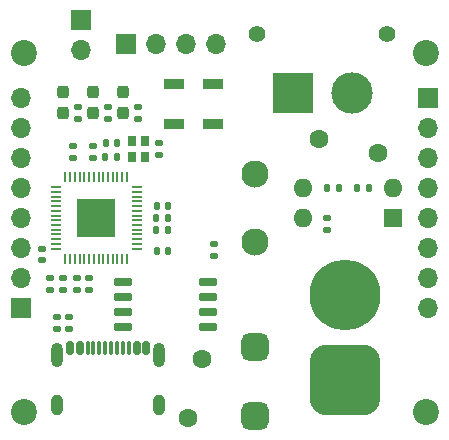
<source format=gbr>
%TF.GenerationSoftware,KiCad,Pcbnew,7.0.11*%
%TF.CreationDate,2025-01-11T04:22:48+09:00*%
%TF.ProjectId,PSU,5053552e-6b69-4636-9164-5f7063625858,rev?*%
%TF.SameCoordinates,Original*%
%TF.FileFunction,Soldermask,Top*%
%TF.FilePolarity,Negative*%
%FSLAX46Y46*%
G04 Gerber Fmt 4.6, Leading zero omitted, Abs format (unit mm)*
G04 Created by KiCad (PCBNEW 7.0.11) date 2025-01-11 04:22:48*
%MOMM*%
%LPD*%
G01*
G04 APERTURE LIST*
G04 Aperture macros list*
%AMRoundRect*
0 Rectangle with rounded corners*
0 $1 Rounding radius*
0 $2 $3 $4 $5 $6 $7 $8 $9 X,Y pos of 4 corners*
0 Add a 4 corners polygon primitive as box body*
4,1,4,$2,$3,$4,$5,$6,$7,$8,$9,$2,$3,0*
0 Add four circle primitives for the rounded corners*
1,1,$1+$1,$2,$3*
1,1,$1+$1,$4,$5*
1,1,$1+$1,$6,$7*
1,1,$1+$1,$8,$9*
0 Add four rect primitives between the rounded corners*
20,1,$1+$1,$2,$3,$4,$5,0*
20,1,$1+$1,$4,$5,$6,$7,0*
20,1,$1+$1,$6,$7,$8,$9,0*
20,1,$1+$1,$8,$9,$2,$3,0*%
G04 Aperture macros list end*
%ADD10RoundRect,0.150000X-0.150000X-0.425000X0.150000X-0.425000X0.150000X0.425000X-0.150000X0.425000X0*%
%ADD11RoundRect,0.075000X-0.075000X-0.500000X0.075000X-0.500000X0.075000X0.500000X-0.075000X0.500000X0*%
%ADD12O,1.000000X2.100000*%
%ADD13O,1.000000X1.800000*%
%ADD14C,2.200000*%
%ADD15R,1.700000X0.900000*%
%ADD16RoundRect,0.575000X0.575000X-0.575000X0.575000X0.575000X-0.575000X0.575000X-0.575000X-0.575000X0*%
%ADD17C,2.300000*%
%ADD18R,0.800000X0.900000*%
%ADD19RoundRect,0.140000X-0.170000X0.140000X-0.170000X-0.140000X0.170000X-0.140000X0.170000X0.140000X0*%
%ADD20R,1.700000X1.700000*%
%ADD21O,1.700000X1.700000*%
%ADD22RoundRect,0.140000X0.140000X0.170000X-0.140000X0.170000X-0.140000X-0.170000X0.140000X-0.170000X0*%
%ADD23RoundRect,0.135000X0.185000X-0.135000X0.185000X0.135000X-0.185000X0.135000X-0.185000X-0.135000X0*%
%ADD24RoundRect,0.135000X-0.135000X-0.185000X0.135000X-0.185000X0.135000X0.185000X-0.135000X0.185000X0*%
%ADD25RoundRect,0.140000X0.170000X-0.140000X0.170000X0.140000X-0.170000X0.140000X-0.170000X-0.140000X0*%
%ADD26RoundRect,1.500000X1.500000X-1.500000X1.500000X1.500000X-1.500000X1.500000X-1.500000X-1.500000X0*%
%ADD27C,6.000000*%
%ADD28C,1.600000*%
%ADD29RoundRect,0.150000X0.650000X0.150000X-0.650000X0.150000X-0.650000X-0.150000X0.650000X-0.150000X0*%
%ADD30RoundRect,0.237500X-0.237500X0.287500X-0.237500X-0.287500X0.237500X-0.287500X0.237500X0.287500X0*%
%ADD31R,1.600000X1.600000*%
%ADD32O,1.600000X1.600000*%
%ADD33C,1.400000*%
%ADD34R,3.500000X3.500000*%
%ADD35C,3.500000*%
%ADD36RoundRect,0.135000X0.135000X0.185000X-0.135000X0.185000X-0.135000X-0.185000X0.135000X-0.185000X0*%
%ADD37RoundRect,0.140000X-0.140000X-0.170000X0.140000X-0.170000X0.140000X0.170000X-0.140000X0.170000X0*%
%ADD38RoundRect,0.135000X-0.185000X0.135000X-0.185000X-0.135000X0.185000X-0.135000X0.185000X0.135000X0*%
%ADD39RoundRect,0.050000X0.387500X0.050000X-0.387500X0.050000X-0.387500X-0.050000X0.387500X-0.050000X0*%
%ADD40RoundRect,0.050000X0.050000X0.387500X-0.050000X0.387500X-0.050000X-0.387500X0.050000X-0.387500X0*%
%ADD41R,3.200000X3.200000*%
G04 APERTURE END LIST*
D10*
%TO.C,J1*%
X139296000Y-112652000D03*
X140096000Y-112652000D03*
D11*
X141246000Y-112652000D03*
X142246000Y-112652000D03*
X142746000Y-112652000D03*
X143746000Y-112652000D03*
D10*
X144896000Y-112652000D03*
X145696000Y-112652000D03*
X145696000Y-112652000D03*
X144896000Y-112652000D03*
D11*
X144246000Y-112652000D03*
X143246000Y-112652000D03*
X141746000Y-112652000D03*
X140746000Y-112652000D03*
D10*
X140096000Y-112652000D03*
X139296000Y-112652000D03*
D12*
X138176000Y-113227000D03*
D13*
X138176000Y-117407000D03*
D12*
X146816000Y-113227000D03*
D13*
X146816000Y-117407000D03*
%TD*%
D14*
%TO.C,REF\u002A\u002A*%
X135340000Y-87630000D03*
%TD*%
%TO.C,REF\u002A\u002A*%
X169360000Y-87640000D03*
%TD*%
%TO.C,REF\u002A\u002A*%
X169360000Y-118010000D03*
%TD*%
%TO.C,REF\u002A\u002A*%
X135350000Y-117990000D03*
%TD*%
D15*
%TO.C,SW2*%
X151384000Y-93648000D03*
X151384000Y-90248000D03*
%TD*%
%TO.C,SW1*%
X148082000Y-93648000D03*
X148082000Y-90248000D03*
%TD*%
D16*
%TO.C,F1*%
X154940000Y-118364000D03*
X154940000Y-112564000D03*
D17*
X154940000Y-103664000D03*
X154940000Y-97864000D03*
%TD*%
D18*
%TO.C,Y1*%
X144484000Y-95058000D03*
X144484000Y-96458000D03*
X145584000Y-96458000D03*
X145584000Y-95058000D03*
%TD*%
D19*
%TO.C,C2*%
X139520000Y-95530000D03*
X139520000Y-96490000D03*
%TD*%
D20*
%TO.C,J4*%
X144018000Y-86868000D03*
D21*
X146558000Y-86868000D03*
X149098000Y-86868000D03*
X151638000Y-86868000D03*
%TD*%
D22*
%TO.C,C8*%
X147548000Y-104410000D03*
X146588000Y-104410000D03*
%TD*%
D23*
%TO.C,R12*%
X139826000Y-107696000D03*
X139826000Y-106676000D03*
%TD*%
D24*
%TO.C,R2*%
X142238000Y-96401500D03*
X143258000Y-96401500D03*
%TD*%
D23*
%TO.C,R16*%
X161036000Y-102618000D03*
X161036000Y-101598000D03*
%TD*%
D25*
%TO.C,C7*%
X136906000Y-105156000D03*
X136906000Y-104196000D03*
%TD*%
D20*
%TO.C,J2*%
X135128000Y-109220000D03*
D21*
X135128000Y-106680000D03*
X135128000Y-104140000D03*
X135128000Y-101600000D03*
X135128000Y-99060000D03*
X135128000Y-96520000D03*
X135128000Y-93980000D03*
X135128000Y-91440000D03*
%TD*%
D26*
%TO.C,BT1*%
X162560000Y-115360000D03*
D27*
X162560000Y-108160000D03*
%TD*%
D19*
%TO.C,C11*%
X137581778Y-106708974D03*
X137581778Y-107668974D03*
%TD*%
%TO.C,C9*%
X141224000Y-95532000D03*
X141224000Y-96492000D03*
%TD*%
D25*
%TO.C,C4*%
X146812000Y-96238000D03*
X146812000Y-95278000D03*
%TD*%
D23*
%TO.C,R10*%
X139192000Y-111000000D03*
X139192000Y-109980000D03*
%TD*%
D22*
%TO.C,C6*%
X147546000Y-100584000D03*
X146586000Y-100584000D03*
%TD*%
D28*
%TO.C,RV2*%
X160354000Y-94904000D03*
X165354000Y-96104000D03*
%TD*%
D29*
%TO.C,U1*%
X150920000Y-110871000D03*
X150920000Y-109601000D03*
X150920000Y-108331000D03*
X150920000Y-107061000D03*
X143720000Y-107061000D03*
X143720000Y-108331000D03*
X143720000Y-109601000D03*
X143720000Y-110871000D03*
%TD*%
D23*
%TO.C,R4*%
X142494000Y-93218000D03*
X142494000Y-92198000D03*
%TD*%
D30*
%TO.C,D2*%
X141224000Y-90958000D03*
X141224000Y-92708000D03*
%TD*%
D23*
%TO.C,R13*%
X140843000Y-107698000D03*
X140843000Y-106678000D03*
%TD*%
D31*
%TO.C,U3*%
X166614000Y-101605000D03*
D32*
X166614000Y-99065000D03*
X158994000Y-99065000D03*
X158994000Y-101605000D03*
%TD*%
D23*
%TO.C,R5*%
X139954000Y-93218000D03*
X139954000Y-92198000D03*
%TD*%
D33*
%TO.C,J5*%
X155116000Y-85986000D03*
X166116000Y-85986000D03*
D34*
X158116000Y-90986000D03*
D35*
X163116000Y-90986000D03*
%TD*%
D23*
%TO.C,R11*%
X138176000Y-111000000D03*
X138176000Y-109980000D03*
%TD*%
D30*
%TO.C,D1*%
X143764000Y-90958000D03*
X143764000Y-92708000D03*
%TD*%
D20*
%TO.C,J3*%
X169570000Y-91440000D03*
D21*
X169570000Y-93980000D03*
X169570000Y-96520000D03*
X169570000Y-99060000D03*
X169570000Y-101600000D03*
X169570000Y-104140000D03*
X169570000Y-106680000D03*
X169570000Y-109220000D03*
%TD*%
D24*
%TO.C,R9*%
X146558000Y-102616000D03*
X147578000Y-102616000D03*
%TD*%
D36*
%TO.C,R15*%
X162056000Y-99060000D03*
X161036000Y-99060000D03*
%TD*%
D37*
%TO.C,C5*%
X142296000Y-95250000D03*
X143256000Y-95250000D03*
%TD*%
D38*
%TO.C,R1*%
X151470000Y-104860000D03*
X151470000Y-103840000D03*
%TD*%
D30*
%TO.C,D3*%
X138684000Y-90958000D03*
X138684000Y-92708000D03*
%TD*%
D28*
%TO.C,RV1*%
X150460000Y-113578000D03*
X149260000Y-118578000D03*
%TD*%
D24*
%TO.C,R14*%
X163574000Y-99060000D03*
X164594000Y-99060000D03*
%TD*%
D39*
%TO.C,U2*%
X144915500Y-104200000D03*
X144915500Y-103800000D03*
X144915500Y-103400000D03*
X144915500Y-103000000D03*
X144915500Y-102600000D03*
X144915500Y-102200000D03*
X144915500Y-101800000D03*
X144915500Y-101400000D03*
X144915500Y-101000000D03*
X144915500Y-100600000D03*
X144915500Y-100200000D03*
X144915500Y-99800000D03*
X144915500Y-99400000D03*
X144915500Y-99000000D03*
D40*
X144078000Y-98162500D03*
X143678000Y-98162500D03*
X143278000Y-98162500D03*
X142878000Y-98162500D03*
X142478000Y-98162500D03*
X142078000Y-98162500D03*
X141678000Y-98162500D03*
X141278000Y-98162500D03*
X140878000Y-98162500D03*
X140478000Y-98162500D03*
X140078000Y-98162500D03*
X139678000Y-98162500D03*
X139278000Y-98162500D03*
X138878000Y-98162500D03*
D39*
X138040500Y-99000000D03*
X138040500Y-99400000D03*
X138040500Y-99800000D03*
X138040500Y-100200000D03*
X138040500Y-100600000D03*
X138040500Y-101000000D03*
X138040500Y-101400000D03*
X138040500Y-101800000D03*
X138040500Y-102200000D03*
X138040500Y-102600000D03*
X138040500Y-103000000D03*
X138040500Y-103400000D03*
X138040500Y-103800000D03*
X138040500Y-104200000D03*
D40*
X138878000Y-105037500D03*
X139278000Y-105037500D03*
X139678000Y-105037500D03*
X140078000Y-105037500D03*
X140478000Y-105037500D03*
X140878000Y-105037500D03*
X141278000Y-105037500D03*
X141678000Y-105037500D03*
X142078000Y-105037500D03*
X142478000Y-105037500D03*
X142878000Y-105037500D03*
X143278000Y-105037500D03*
X143678000Y-105037500D03*
X144078000Y-105037500D03*
D41*
X141478000Y-101600000D03*
%TD*%
D23*
%TO.C,R3*%
X145034000Y-93218000D03*
X145034000Y-92198000D03*
%TD*%
D36*
%TO.C,R8*%
X147576000Y-101600000D03*
X146556000Y-101600000D03*
%TD*%
D20*
%TO.C,J6*%
X140208000Y-84836000D03*
D21*
X140208000Y-87376000D03*
%TD*%
D25*
%TO.C,C1*%
X138684000Y-107668000D03*
X138684000Y-106708000D03*
%TD*%
M02*

</source>
